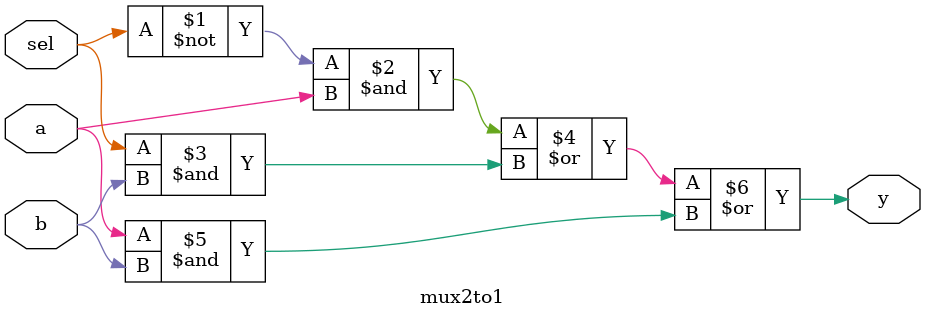
<source format=v>
module mux2to1
(input sel,a,b,
output y);

assign y =(~sel&a)|(sel&b)|(a&b);
//assign y0 = (~sel&a)|(sel&b);

endmodule 
</source>
